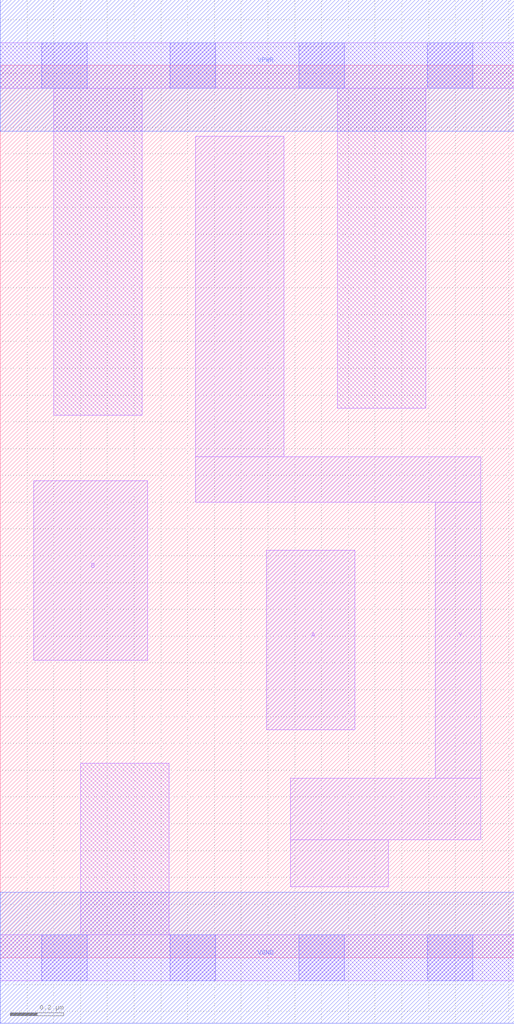
<source format=lef>
# Copyright 2020 The SkyWater PDK Authors
#
# Licensed under the Apache License, Version 2.0 (the "License");
# you may not use this file except in compliance with the License.
# You may obtain a copy of the License at
#
#     https://www.apache.org/licenses/LICENSE-2.0
#
# Unless required by applicable law or agreed to in writing, software
# distributed under the License is distributed on an "AS IS" BASIS,
# WITHOUT WARRANTIES OR CONDITIONS OF ANY KIND, either express or implied.
# See the License for the specific language governing permissions and
# limitations under the License.
#
# SPDX-License-Identifier: Apache-2.0

VERSION 5.7 ;
  NOWIREEXTENSIONATPIN ON ;
  DIVIDERCHAR "/" ;
  BUSBITCHARS "[]" ;
UNITS
  DATABASE MICRONS 200 ;
END UNITS
MACRO sky130_fd_sc_lp__nand2_lp2
  CLASS CORE ;
  FOREIGN sky130_fd_sc_lp__nand2_lp2 ;
  ORIGIN  0.000000  0.000000 ;
  SIZE  1.920000 BY  3.330000 ;
  SYMMETRY X Y R90 ;
  SITE unit ;
  PIN A
    ANTENNAGATEAREA  0.313000 ;
    DIRECTION INPUT ;
    USE SIGNAL ;
    PORT
      LAYER li1 ;
        RECT 0.995000 0.850000 1.325000 1.520000 ;
    END
  END A
  PIN B
    ANTENNAGATEAREA  0.313000 ;
    DIRECTION INPUT ;
    USE SIGNAL ;
    PORT
      LAYER li1 ;
        RECT 0.125000 1.110000 0.550000 1.780000 ;
    END
  END B
  PIN Y
    ANTENNADIFFAREA  0.399700 ;
    DIRECTION OUTPUT ;
    USE SIGNAL ;
    PORT
      LAYER li1 ;
        RECT 0.730000 1.700000 1.795000 1.870000 ;
        RECT 0.730000 1.870000 1.060000 3.065000 ;
        RECT 1.085000 0.265000 1.450000 0.440000 ;
        RECT 1.085000 0.440000 1.795000 0.670000 ;
        RECT 1.625000 0.670000 1.795000 1.700000 ;
    END
  END Y
  PIN VGND
    DIRECTION INOUT ;
    USE GROUND ;
    PORT
      LAYER met1 ;
        RECT 0.000000 -0.245000 1.920000 0.245000 ;
    END
  END VGND
  PIN VPWR
    DIRECTION INOUT ;
    USE POWER ;
    PORT
      LAYER met1 ;
        RECT 0.000000 3.085000 1.920000 3.575000 ;
    END
  END VPWR
  OBS
    LAYER li1 ;
      RECT 0.000000 -0.085000 1.920000 0.085000 ;
      RECT 0.000000  3.245000 1.920000 3.415000 ;
      RECT 0.200000  2.025000 0.530000 3.245000 ;
      RECT 0.300000  0.085000 0.630000 0.725000 ;
      RECT 1.260000  2.050000 1.590000 3.245000 ;
    LAYER mcon ;
      RECT 0.155000 -0.085000 0.325000 0.085000 ;
      RECT 0.155000  3.245000 0.325000 3.415000 ;
      RECT 0.635000 -0.085000 0.805000 0.085000 ;
      RECT 0.635000  3.245000 0.805000 3.415000 ;
      RECT 1.115000 -0.085000 1.285000 0.085000 ;
      RECT 1.115000  3.245000 1.285000 3.415000 ;
      RECT 1.595000 -0.085000 1.765000 0.085000 ;
      RECT 1.595000  3.245000 1.765000 3.415000 ;
  END
END sky130_fd_sc_lp__nand2_lp2
END LIBRARY

</source>
